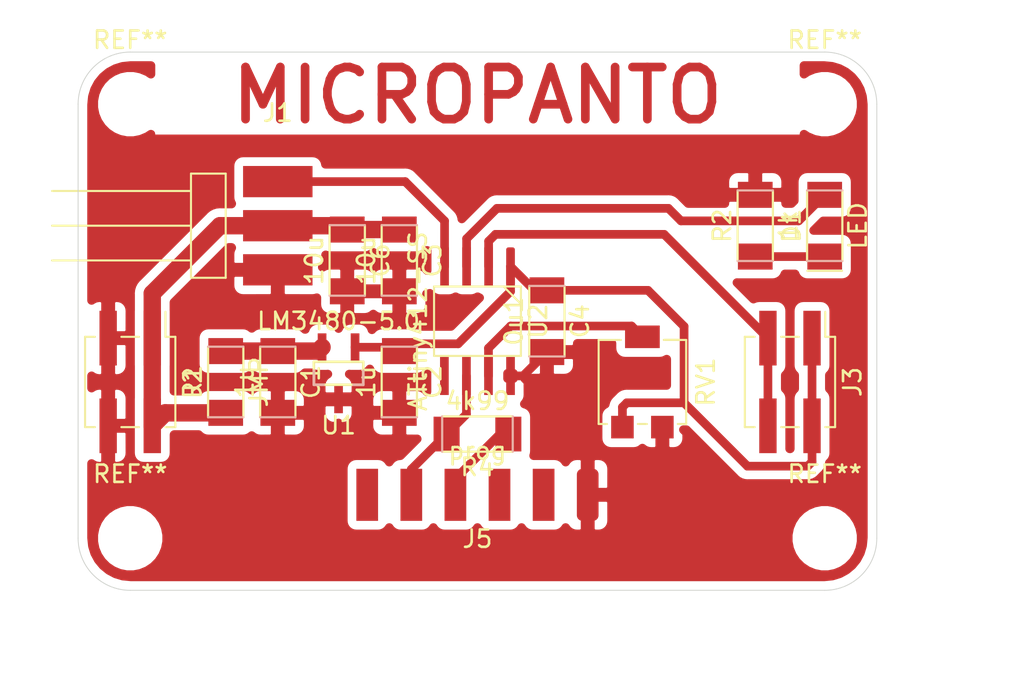
<source format=kicad_pcb>
(kicad_pcb (version 20171130) (host pcbnew 5.1.10-88a1d61d58~88~ubuntu20.04.1)

  (general
    (thickness 1.6)
    (drawings 11)
    (tracks 59)
    (zones 0)
    (modules 20)
    (nets 16)
  )

  (page A4)
  (layers
    (0 F.Cu signal)
    (31 B.Cu signal)
    (32 B.Adhes user)
    (33 F.Adhes user)
    (34 B.Paste user)
    (35 F.Paste user)
    (36 B.SilkS user)
    (37 F.SilkS user)
    (38 B.Mask user)
    (39 F.Mask user)
    (40 Dwgs.User user)
    (41 Cmts.User user)
    (42 Eco1.User user)
    (43 Eco2.User user)
    (44 Edge.Cuts user)
    (45 Margin user)
    (46 B.CrtYd user)
    (47 F.CrtYd user hide)
    (48 B.Fab user)
    (49 F.Fab user hide)
  )

  (setup
    (last_trace_width 0.5)
    (user_trace_width 1)
    (trace_clearance 0.5)
    (zone_clearance 0.5)
    (zone_45_only no)
    (trace_min 0.2)
    (via_size 0.8)
    (via_drill 0.4)
    (via_min_size 0.4)
    (via_min_drill 0.3)
    (uvia_size 0.3)
    (uvia_drill 0.1)
    (uvias_allowed no)
    (uvia_min_size 0.2)
    (uvia_min_drill 0.1)
    (edge_width 0.05)
    (segment_width 0.2)
    (pcb_text_width 0.3)
    (pcb_text_size 1.5 1.5)
    (mod_edge_width 0.12)
    (mod_text_size 1 1)
    (mod_text_width 0.15)
    (pad_size 1.524 1.524)
    (pad_drill 0.762)
    (pad_to_mask_clearance 0.05)
    (aux_axis_origin 0 0)
    (grid_origin 150 65)
    (visible_elements FFFFFF7F)
    (pcbplotparams
      (layerselection 0x01008_7fffffff)
      (usegerberextensions false)
      (usegerberattributes true)
      (usegerberadvancedattributes true)
      (creategerberjobfile true)
      (excludeedgelayer true)
      (linewidth 0.100000)
      (plotframeref false)
      (viasonmask false)
      (mode 1)
      (useauxorigin false)
      (hpglpennumber 1)
      (hpglpenspeed 20)
      (hpglpendiameter 15.000000)
      (psnegative false)
      (psa4output false)
      (plotreference false)
      (plotvalue false)
      (plotinvisibletext false)
      (padsonsilk false)
      (subtractmaskfromsilk false)
      (outputformat 1)
      (mirror false)
      (drillshape 0)
      (scaleselection 1)
      (outputdirectory ""))
  )

  (net 0 "")
  (net 1 GND)
  (net 2 "Net-(D1-Pad1)")
  (net 3 "Net-(D1-Pad2)")
  (net 4 /TCA0_WO1)
  (net 5 VCC)
  (net 6 +5V)
  (net 7 "Net-(J5-Pad2)")
  (net 8 "Net-(J5-Pad3)")
  (net 9 "Net-(J5-Pad4)")
  (net 10 "Net-(J5-Pad5)")
  (net 11 "Net-(J5-Pad6)")
  (net 12 "Net-(RV1-Pad2)")
  (net 13 "Net-(J3-Pad3)")
  (net 14 "Net-(U2-Pad5)")
  (net 15 "Net-(C1-Pad1)")

  (net_class Default "This is the default net class."
    (clearance 0.5)
    (trace_width 0.5)
    (via_dia 0.8)
    (via_drill 0.4)
    (uvia_dia 0.3)
    (uvia_drill 0.1)
    (diff_pair_width 0.5)
    (diff_pair_gap 0.5)
    (add_net +5V)
    (add_net /TCA0_WO1)
    (add_net GND)
    (add_net "Net-(C1-Pad1)")
    (add_net "Net-(D1-Pad1)")
    (add_net "Net-(D1-Pad2)")
    (add_net "Net-(J3-Pad3)")
    (add_net "Net-(J5-Pad2)")
    (add_net "Net-(J5-Pad3)")
    (add_net "Net-(J5-Pad4)")
    (add_net "Net-(J5-Pad5)")
    (add_net "Net-(J5-Pad6)")
    (add_net "Net-(RV1-Pad2)")
    (add_net "Net-(U2-Pad5)")
    (add_net VCC)
  )

  (module Connector_PinHeader_2.54mm:PinHeader_2x02_P2.54mm_Vertical_SMD (layer F.Cu) (tedit 59FED5CC) (tstamp 60ECB2B7)
    (at 150 81 270)
    (descr "surface-mounted straight pin header, 2x02, 2.54mm pitch, double rows")
    (tags "Surface mounted pin header SMD 2x02 2.54mm double row")
    (path /60ED114F)
    (attr smd)
    (fp_text reference J2 (at 0 -3.6 90) (layer F.SilkS)
      (effects (font (size 1 1) (thickness 0.15)))
    )
    (fp_text value Conn_02x02_Counter_Clockwise (at 0 3.6 90) (layer F.Fab)
      (effects (font (size 1 1) (thickness 0.15)))
    )
    (fp_line (start 2.54 2.54) (end -2.54 2.54) (layer F.Fab) (width 0.1))
    (fp_line (start -1.59 -2.54) (end 2.54 -2.54) (layer F.Fab) (width 0.1))
    (fp_line (start -2.54 2.54) (end -2.54 -1.59) (layer F.Fab) (width 0.1))
    (fp_line (start -2.54 -1.59) (end -1.59 -2.54) (layer F.Fab) (width 0.1))
    (fp_line (start 2.54 -2.54) (end 2.54 2.54) (layer F.Fab) (width 0.1))
    (fp_line (start -2.54 -1.59) (end -3.6 -1.59) (layer F.Fab) (width 0.1))
    (fp_line (start -3.6 -1.59) (end -3.6 -0.95) (layer F.Fab) (width 0.1))
    (fp_line (start -3.6 -0.95) (end -2.54 -0.95) (layer F.Fab) (width 0.1))
    (fp_line (start 2.54 -1.59) (end 3.6 -1.59) (layer F.Fab) (width 0.1))
    (fp_line (start 3.6 -1.59) (end 3.6 -0.95) (layer F.Fab) (width 0.1))
    (fp_line (start 3.6 -0.95) (end 2.54 -0.95) (layer F.Fab) (width 0.1))
    (fp_line (start -2.54 0.95) (end -3.6 0.95) (layer F.Fab) (width 0.1))
    (fp_line (start -3.6 0.95) (end -3.6 1.59) (layer F.Fab) (width 0.1))
    (fp_line (start -3.6 1.59) (end -2.54 1.59) (layer F.Fab) (width 0.1))
    (fp_line (start 2.54 0.95) (end 3.6 0.95) (layer F.Fab) (width 0.1))
    (fp_line (start 3.6 0.95) (end 3.6 1.59) (layer F.Fab) (width 0.1))
    (fp_line (start 3.6 1.59) (end 2.54 1.59) (layer F.Fab) (width 0.1))
    (fp_line (start -2.6 -2.6) (end 2.6 -2.6) (layer F.SilkS) (width 0.12))
    (fp_line (start -2.6 2.6) (end 2.6 2.6) (layer F.SilkS) (width 0.12))
    (fp_line (start -4.04 -2.03) (end -2.6 -2.03) (layer F.SilkS) (width 0.12))
    (fp_line (start -2.6 -2.6) (end -2.6 -2.03) (layer F.SilkS) (width 0.12))
    (fp_line (start 2.6 -2.6) (end 2.6 -2.03) (layer F.SilkS) (width 0.12))
    (fp_line (start -2.6 2.03) (end -2.6 2.6) (layer F.SilkS) (width 0.12))
    (fp_line (start 2.6 2.03) (end 2.6 2.6) (layer F.SilkS) (width 0.12))
    (fp_line (start -2.6 -0.51) (end -2.6 0.51) (layer F.SilkS) (width 0.12))
    (fp_line (start 2.6 -0.51) (end 2.6 0.51) (layer F.SilkS) (width 0.12))
    (fp_line (start -5.9 -3.05) (end -5.9 3.05) (layer F.CrtYd) (width 0.05))
    (fp_line (start -5.9 3.05) (end 5.9 3.05) (layer F.CrtYd) (width 0.05))
    (fp_line (start 5.9 3.05) (end 5.9 -3.05) (layer F.CrtYd) (width 0.05))
    (fp_line (start 5.9 -3.05) (end -5.9 -3.05) (layer F.CrtYd) (width 0.05))
    (fp_text user %R (at 0 0) (layer F.Fab)
      (effects (font (size 1 1) (thickness 0.15)))
    )
    (pad 1 smd rect (at -2.525 -1.27 270) (size 3.15 1) (layers F.Cu F.Paste F.Mask)
      (net 5 VCC))
    (pad 2 smd rect (at 2.525 -1.27 270) (size 3.15 1) (layers F.Cu F.Paste F.Mask)
      (net 5 VCC))
    (pad 3 smd rect (at -2.525 1.27 270) (size 3.15 1) (layers F.Cu F.Paste F.Mask)
      (net 1 GND))
    (pad 4 smd rect (at 2.525 1.27 270) (size 3.15 1) (layers F.Cu F.Paste F.Mask)
      (net 1 GND))
    (model ${KISYS3DMOD}/Connector_PinHeader_2.54mm.3dshapes/PinHeader_2x02_P2.54mm_Vertical_SMD.wrl
      (at (xyz 0 0 0))
      (scale (xyz 1 1 1))
      (rotate (xyz 0 0 0))
    )
  )

  (module fab:fab_R_1206 (layer F.Cu) (tedit 5F886E48) (tstamp 60ECB290)
    (at 165.5 74 270)
    (path /60EEEE96)
    (attr smd)
    (fp_text reference C3 (at 0 -1.905 90) (layer F.SilkS)
      (effects (font (size 1 1) (thickness 0.15)))
    )
    (fp_text value 10u (at 0 1.905 90) (layer F.SilkS)
      (effects (font (size 1 1) (thickness 0.15)))
    )
    (fp_line (start -2.032 1.016) (end -2.032 -1.016) (layer B.SilkS) (width 0.127))
    (fp_line (start 2.032 1.016) (end -2.032 1.016) (layer F.SilkS) (width 0.127))
    (fp_line (start 2.032 -1.016) (end 2.032 1.016) (layer B.SilkS) (width 0.127))
    (fp_line (start -2.032 -1.016) (end 2.032 -1.016) (layer F.SilkS) (width 0.127))
    (pad 1 smd rect (at -1.778 0 270) (size 1.5 2) (layers F.Cu F.Paste F.Mask)
      (net 5 VCC))
    (pad 2 smd rect (at 1.778 0 270) (size 1.5 2) (layers F.Cu F.Paste F.Mask)
      (net 1 GND))
  )

  (module Connector_PinHeader_2.54mm:PinHeader_2x02_P2.54mm_Vertical_SMD (layer F.Cu) (tedit 59FED5CC) (tstamp 60ECB2DE)
    (at 188 81 270)
    (descr "surface-mounted straight pin header, 2x02, 2.54mm pitch, double rows")
    (tags "Surface mounted pin header SMD 2x02 2.54mm double row")
    (path /60ED8960)
    (attr smd)
    (fp_text reference J3 (at 0 -3.6 90) (layer F.SilkS)
      (effects (font (size 1 1) (thickness 0.15)))
    )
    (fp_text value Conn_02x02_Counter_Clockwise (at 0 3.6 90) (layer F.Fab)
      (effects (font (size 1 1) (thickness 0.15)))
    )
    (fp_line (start 5.9 -3.05) (end -5.9 -3.05) (layer F.CrtYd) (width 0.05))
    (fp_line (start 5.9 3.05) (end 5.9 -3.05) (layer F.CrtYd) (width 0.05))
    (fp_line (start -5.9 3.05) (end 5.9 3.05) (layer F.CrtYd) (width 0.05))
    (fp_line (start -5.9 -3.05) (end -5.9 3.05) (layer F.CrtYd) (width 0.05))
    (fp_line (start 2.6 -0.51) (end 2.6 0.51) (layer F.SilkS) (width 0.12))
    (fp_line (start -2.6 -0.51) (end -2.6 0.51) (layer F.SilkS) (width 0.12))
    (fp_line (start 2.6 2.03) (end 2.6 2.6) (layer F.SilkS) (width 0.12))
    (fp_line (start -2.6 2.03) (end -2.6 2.6) (layer F.SilkS) (width 0.12))
    (fp_line (start 2.6 -2.6) (end 2.6 -2.03) (layer F.SilkS) (width 0.12))
    (fp_line (start -2.6 -2.6) (end -2.6 -2.03) (layer F.SilkS) (width 0.12))
    (fp_line (start -4.04 -2.03) (end -2.6 -2.03) (layer F.SilkS) (width 0.12))
    (fp_line (start -2.6 2.6) (end 2.6 2.6) (layer F.SilkS) (width 0.12))
    (fp_line (start -2.6 -2.6) (end 2.6 -2.6) (layer F.SilkS) (width 0.12))
    (fp_line (start 3.6 1.59) (end 2.54 1.59) (layer F.Fab) (width 0.1))
    (fp_line (start 3.6 0.95) (end 3.6 1.59) (layer F.Fab) (width 0.1))
    (fp_line (start 2.54 0.95) (end 3.6 0.95) (layer F.Fab) (width 0.1))
    (fp_line (start -3.6 1.59) (end -2.54 1.59) (layer F.Fab) (width 0.1))
    (fp_line (start -3.6 0.95) (end -3.6 1.59) (layer F.Fab) (width 0.1))
    (fp_line (start -2.54 0.95) (end -3.6 0.95) (layer F.Fab) (width 0.1))
    (fp_line (start 3.6 -0.95) (end 2.54 -0.95) (layer F.Fab) (width 0.1))
    (fp_line (start 3.6 -1.59) (end 3.6 -0.95) (layer F.Fab) (width 0.1))
    (fp_line (start 2.54 -1.59) (end 3.6 -1.59) (layer F.Fab) (width 0.1))
    (fp_line (start -3.6 -0.95) (end -2.54 -0.95) (layer F.Fab) (width 0.1))
    (fp_line (start -3.6 -1.59) (end -3.6 -0.95) (layer F.Fab) (width 0.1))
    (fp_line (start -2.54 -1.59) (end -3.6 -1.59) (layer F.Fab) (width 0.1))
    (fp_line (start 2.54 -2.54) (end 2.54 2.54) (layer F.Fab) (width 0.1))
    (fp_line (start -2.54 -1.59) (end -1.59 -2.54) (layer F.Fab) (width 0.1))
    (fp_line (start -2.54 2.54) (end -2.54 -1.59) (layer F.Fab) (width 0.1))
    (fp_line (start -1.59 -2.54) (end 2.54 -2.54) (layer F.Fab) (width 0.1))
    (fp_line (start 2.54 2.54) (end -2.54 2.54) (layer F.Fab) (width 0.1))
    (fp_text user %R (at 0 0) (layer F.Fab)
      (effects (font (size 1 1) (thickness 0.15)))
    )
    (pad 4 smd rect (at 2.525 1.27 270) (size 3.15 1) (layers F.Cu F.Paste F.Mask)
      (net 13 "Net-(J3-Pad3)"))
    (pad 3 smd rect (at -2.525 1.27 270) (size 3.15 1) (layers F.Cu F.Paste F.Mask)
      (net 13 "Net-(J3-Pad3)"))
    (pad 2 smd rect (at 2.525 -1.27 270) (size 3.15 1) (layers F.Cu F.Paste F.Mask)
      (net 6 +5V))
    (pad 1 smd rect (at -2.525 -1.27 270) (size 3.15 1) (layers F.Cu F.Paste F.Mask)
      (net 6 +5V))
    (model ${KISYS3DMOD}/Connector_PinHeader_2.54mm.3dshapes/PinHeader_2x02_P2.54mm_Vertical_SMD.wrl
      (at (xyz 0 0 0))
      (scale (xyz 1 1 1))
      (rotate (xyz 0 0 0))
    )
  )

  (module Potentiometer_SMD:Potentiometer_Bourns_3214G_Horizontal (layer F.Cu) (tedit 5A3D7171) (tstamp 60ECB2FD)
    (at 179.5 81 270)
    (descr "Potentiometer, horizontal, Bourns 3214G, https://www.bourns.com/docs/Product-Datasheets/3214.pdf")
    (tags "Potentiometer horizontal Bourns 3214G")
    (path /60EACBBD)
    (attr smd)
    (fp_text reference RV1 (at 0 -3.65 90) (layer F.SilkS)
      (effects (font (size 1 1) (thickness 0.15)))
    )
    (fp_text value R_POT (at 0 3.65 90) (layer F.Fab)
      (effects (font (size 1 1) (thickness 0.15)))
    )
    (fp_line (start -2.3 -2.4) (end -2.3 2.4) (layer F.Fab) (width 0.1))
    (fp_line (start -2.3 2.4) (end 2.3 2.4) (layer F.Fab) (width 0.1))
    (fp_line (start 2.3 2.4) (end 2.3 -2.4) (layer F.Fab) (width 0.1))
    (fp_line (start 2.3 -2.4) (end -2.3 -2.4) (layer F.Fab) (width 0.1))
    (fp_line (start -2.3 -2.02) (end -2.3 -0.24) (layer F.Fab) (width 0.1))
    (fp_line (start -2.3 -0.24) (end -2.3 -0.24) (layer F.Fab) (width 0.1))
    (fp_line (start -2.3 -0.24) (end -2.3 -2.02) (layer F.Fab) (width 0.1))
    (fp_line (start -2.3 -2.02) (end -2.3 -2.02) (layer F.Fab) (width 0.1))
    (fp_line (start -2.3 -1.13) (end -2.3 -1.13) (layer F.Fab) (width 0.1))
    (fp_line (start -2.42 -2.52) (end 2.42 -2.52) (layer F.SilkS) (width 0.12))
    (fp_line (start -2.42 2.52) (end 2.42 2.52) (layer F.SilkS) (width 0.12))
    (fp_line (start -2.42 -2.52) (end -2.42 -1.24) (layer F.SilkS) (width 0.12))
    (fp_line (start -2.42 1.24) (end -2.42 2.52) (layer F.SilkS) (width 0.12))
    (fp_line (start 2.42 -2.52) (end 2.42 -2.04) (layer F.SilkS) (width 0.12))
    (fp_line (start 2.42 -0.26) (end 2.42 0.26) (layer F.SilkS) (width 0.12))
    (fp_line (start 2.42 2.04) (end 2.42 2.52) (layer F.SilkS) (width 0.12))
    (fp_line (start -2.42 -2.14) (end -2.42 -2.14) (layer F.SilkS) (width 0.12))
    (fp_line (start -2.42 -2.14) (end -2.42 -1.24) (layer F.SilkS) (width 0.12))
    (fp_line (start -2.42 -2.14) (end -2.42 -1.24) (layer F.SilkS) (width 0.12))
    (fp_line (start -3.5 -2.65) (end -3.5 2.65) (layer F.CrtYd) (width 0.05))
    (fp_line (start -3.5 2.65) (end 3.5 2.65) (layer F.CrtYd) (width 0.05))
    (fp_line (start 3.5 2.65) (end 3.5 -2.65) (layer F.CrtYd) (width 0.05))
    (fp_line (start 3.5 -2.65) (end -3.5 -2.65) (layer F.CrtYd) (width 0.05))
    (fp_text user %R (at 0 0 90) (layer F.Fab)
      (effects (font (size 1 1) (thickness 0.15)))
    )
    (pad 1 smd rect (at 2.6 -1.15 270) (size 1.3 1.3) (layers F.Cu F.Paste F.Mask)
      (net 1 GND))
    (pad 2 smd rect (at -2.6 0 270) (size 1.3 2) (layers F.Cu F.Paste F.Mask)
      (net 12 "Net-(RV1-Pad2)"))
    (pad 3 smd rect (at 2.6 1.15 270) (size 1.3 1.3) (layers F.Cu F.Paste F.Mask)
      (net 6 +5V))
    (model ${KISYS3DMOD}/Potentiometer_SMD.3dshapes/Potentiometer_Bourns_3214G_Horizontal.wrl
      (at (xyz 0 0 0))
      (scale (xyz 1 1 1))
      (rotate (xyz 0 0 0))
    )
  )

  (module MountingHole:MountingHole_2.7mm_M2.5 (layer F.Cu) (tedit 56D1B4CB) (tstamp 60EA6622)
    (at 190 90)
    (descr "Mounting Hole 2.7mm, no annular, M2.5")
    (tags "mounting hole 2.7mm no annular m2.5")
    (attr virtual)
    (fp_text reference REF** (at 0 -3.7) (layer F.SilkS)
      (effects (font (size 1 1) (thickness 0.15)))
    )
    (fp_text value MountingHole_2.7mm_M2.5 (at 0 3.7) (layer F.Fab)
      (effects (font (size 1 1) (thickness 0.15)))
    )
    (fp_circle (center 0 0) (end 2.7 0) (layer Cmts.User) (width 0.15))
    (fp_circle (center 0 0) (end 2.95 0) (layer F.CrtYd) (width 0.05))
    (fp_text user %R (at 0.3 0) (layer F.Fab)
      (effects (font (size 1 1) (thickness 0.15)))
    )
    (pad 1 np_thru_hole circle (at 0 0) (size 2.7 2.7) (drill 2.7) (layers *.Cu *.Mask))
  )

  (module MountingHole:MountingHole_2.7mm_M2.5 (layer F.Cu) (tedit 56D1B4CB) (tstamp 60EA6605)
    (at 150 90)
    (descr "Mounting Hole 2.7mm, no annular, M2.5")
    (tags "mounting hole 2.7mm no annular m2.5")
    (attr virtual)
    (fp_text reference REF** (at 0 -3.7) (layer F.SilkS)
      (effects (font (size 1 1) (thickness 0.15)))
    )
    (fp_text value MountingHole_2.7mm_M2.5 (at 0 3.7) (layer F.Fab)
      (effects (font (size 1 1) (thickness 0.15)))
    )
    (fp_circle (center 0 0) (end 2.7 0) (layer Cmts.User) (width 0.15))
    (fp_circle (center 0 0) (end 2.95 0) (layer F.CrtYd) (width 0.05))
    (fp_text user %R (at 0.3 0) (layer F.Fab)
      (effects (font (size 1 1) (thickness 0.15)))
    )
    (pad 1 np_thru_hole circle (at 0 0) (size 2.7 2.7) (drill 2.7) (layers *.Cu *.Mask))
  )

  (module MountingHole:MountingHole_2.7mm_M2.5 (layer F.Cu) (tedit 56D1B4CB) (tstamp 60EA65E8)
    (at 190 65)
    (descr "Mounting Hole 2.7mm, no annular, M2.5")
    (tags "mounting hole 2.7mm no annular m2.5")
    (attr virtual)
    (fp_text reference REF** (at 0 -3.7) (layer F.SilkS)
      (effects (font (size 1 1) (thickness 0.15)))
    )
    (fp_text value MountingHole_2.7mm_M2.5 (at 0 3.7) (layer F.Fab)
      (effects (font (size 1 1) (thickness 0.15)))
    )
    (fp_circle (center 0 0) (end 2.7 0) (layer Cmts.User) (width 0.15))
    (fp_circle (center 0 0) (end 2.95 0) (layer F.CrtYd) (width 0.05))
    (fp_text user %R (at 0.3 0) (layer F.Fab)
      (effects (font (size 1 1) (thickness 0.15)))
    )
    (pad 1 np_thru_hole circle (at 0 0) (size 2.7 2.7) (drill 2.7) (layers *.Cu *.Mask))
  )

  (module MountingHole:MountingHole_2.7mm_M2.5 (layer F.Cu) (tedit 56D1B4CB) (tstamp 60EA65CB)
    (at 150 65)
    (descr "Mounting Hole 2.7mm, no annular, M2.5")
    (tags "mounting hole 2.7mm no annular m2.5")
    (attr virtual)
    (fp_text reference REF** (at 0 -3.7) (layer F.SilkS)
      (effects (font (size 1 1) (thickness 0.15)))
    )
    (fp_text value MountingHole_2.7mm_M2.5 (at 0 3.7) (layer F.Fab)
      (effects (font (size 1 1) (thickness 0.15)))
    )
    (fp_circle (center 0 0) (end 2.7 0) (layer Cmts.User) (width 0.15))
    (fp_circle (center 0 0) (end 2.95 0) (layer F.CrtYd) (width 0.05))
    (fp_text user %R (at 0.3 0) (layer F.Fab)
      (effects (font (size 1 1) (thickness 0.15)))
    )
    (pad 1 np_thru_hole circle (at 0 0) (size 2.7 2.7) (drill 2.7) (layers *.Cu *.Mask))
  )

  (module fab:fab_C_1206 (layer F.Cu) (tedit 5F886E48) (tstamp 60EA6780)
    (at 158.5 81 270)
    (path /609E2F80)
    (attr smd)
    (fp_text reference C1 (at 0 -1.905 90) (layer F.SilkS)
      (effects (font (size 1 1) (thickness 0.15)))
    )
    (fp_text value 1u (at 0 1.905 90) (layer F.SilkS)
      (effects (font (size 1 1) (thickness 0.15)))
    )
    (fp_line (start -2.032 -1.016) (end 2.032 -1.016) (layer F.SilkS) (width 0.127))
    (fp_line (start 2.032 -1.016) (end 2.032 1.016) (layer B.SilkS) (width 0.127))
    (fp_line (start 2.032 1.016) (end -2.032 1.016) (layer F.SilkS) (width 0.127))
    (fp_line (start -2.032 1.016) (end -2.032 -1.016) (layer B.SilkS) (width 0.127))
    (pad 1 smd rect (at -1.778 0 270) (size 1.5 2) (layers F.Cu F.Paste F.Mask)
      (net 15 "Net-(C1-Pad1)"))
    (pad 2 smd rect (at 1.778 0 270) (size 1.5 2) (layers F.Cu F.Paste F.Mask)
      (net 1 GND))
  )

  (module fab:fab_C_1206 (layer F.Cu) (tedit 5F886E48) (tstamp 60EA678A)
    (at 165.5 81 270)
    (path /609DFC8B)
    (attr smd)
    (fp_text reference C2 (at 0 -1.905 90) (layer F.SilkS)
      (effects (font (size 1 1) (thickness 0.15)))
    )
    (fp_text value 1u (at 0 1.905 90) (layer F.SilkS)
      (effects (font (size 1 1) (thickness 0.15)))
    )
    (fp_line (start -2.032 1.016) (end -2.032 -1.016) (layer B.SilkS) (width 0.127))
    (fp_line (start 2.032 1.016) (end -2.032 1.016) (layer F.SilkS) (width 0.127))
    (fp_line (start 2.032 -1.016) (end 2.032 1.016) (layer B.SilkS) (width 0.127))
    (fp_line (start -2.032 -1.016) (end 2.032 -1.016) (layer F.SilkS) (width 0.127))
    (pad 2 smd rect (at 1.778 0 270) (size 1.5 2) (layers F.Cu F.Paste F.Mask)
      (net 1 GND))
    (pad 1 smd rect (at -1.778 0 270) (size 1.5 2) (layers F.Cu F.Paste F.Mask)
      (net 6 +5V))
  )

  (module fab:fab_C_1206 (layer F.Cu) (tedit 5F886E48) (tstamp 60EA6794)
    (at 174 77.5 270)
    (path /5F35C964)
    (attr smd)
    (fp_text reference C4 (at 0 -1.905 90) (layer F.SilkS)
      (effects (font (size 1 1) (thickness 0.15)))
    )
    (fp_text value 0u1 (at 0 1.905 90) (layer F.SilkS)
      (effects (font (size 1 1) (thickness 0.15)))
    )
    (fp_line (start -2.032 -1.016) (end 2.032 -1.016) (layer F.SilkS) (width 0.127))
    (fp_line (start 2.032 -1.016) (end 2.032 1.016) (layer B.SilkS) (width 0.127))
    (fp_line (start 2.032 1.016) (end -2.032 1.016) (layer F.SilkS) (width 0.127))
    (fp_line (start -2.032 1.016) (end -2.032 -1.016) (layer B.SilkS) (width 0.127))
    (pad 1 smd rect (at -1.778 0 270) (size 1.5 2) (layers F.Cu F.Paste F.Mask)
      (net 6 +5V))
    (pad 2 smd rect (at 1.778 0 270) (size 1.5 2) (layers F.Cu F.Paste F.Mask)
      (net 1 GND))
  )

  (module fab:fab_R_1206 (layer F.Cu) (tedit 5F886E48) (tstamp 60EA67A8)
    (at 162.5 74 270)
    (path /5F60A5E5)
    (attr smd)
    (fp_text reference C6 (at 0 -1.905 90) (layer F.SilkS)
      (effects (font (size 1 1) (thickness 0.15)))
    )
    (fp_text value 10u (at 0 1.905 90) (layer F.SilkS)
      (effects (font (size 1 1) (thickness 0.15)))
    )
    (fp_line (start -2.032 -1.016) (end 2.032 -1.016) (layer F.SilkS) (width 0.127))
    (fp_line (start 2.032 -1.016) (end 2.032 1.016) (layer B.SilkS) (width 0.127))
    (fp_line (start 2.032 1.016) (end -2.032 1.016) (layer F.SilkS) (width 0.127))
    (fp_line (start -2.032 1.016) (end -2.032 -1.016) (layer B.SilkS) (width 0.127))
    (pad 1 smd rect (at -1.778 0 270) (size 1.5 2) (layers F.Cu F.Paste F.Mask)
      (net 5 VCC))
    (pad 2 smd rect (at 1.778 0 270) (size 1.5 2) (layers F.Cu F.Paste F.Mask)
      (net 1 GND))
  )

  (module fab:fab_LED_1206 (layer F.Cu) (tedit 5F887772) (tstamp 60EA67BD)
    (at 190 72 90)
    (path /5F3B3CDB)
    (attr smd)
    (fp_text reference D1 (at 0 -1.905 90) (layer F.SilkS)
      (effects (font (size 1 1) (thickness 0.15)))
    )
    (fp_text value LED (at 0 1.905 90) (layer F.SilkS)
      (effects (font (size 1 1) (thickness 0.15)))
    )
    (fp_line (start -2.6 -1) (end -2.6 1) (layer F.SilkS) (width 0.12))
    (fp_line (start -2.032 1.016) (end -2.032 -1.016) (layer B.SilkS) (width 0.127))
    (fp_line (start 2.032 1.016) (end -2.032 1.016) (layer F.SilkS) (width 0.127))
    (fp_line (start 2.032 -1.016) (end 2.032 1.016) (layer B.SilkS) (width 0.127))
    (fp_line (start -2.032 -1.016) (end 2.032 -1.016) (layer F.SilkS) (width 0.127))
    (pad 1 smd rect (at -1.778 0 90) (size 1.5 2) (layers F.Cu F.Paste F.Mask)
      (net 2 "Net-(D1-Pad1)"))
    (pad 2 smd rect (at 1.778 0 90) (size 1.5 2) (layers F.Cu F.Paste F.Mask)
      (net 3 "Net-(D1-Pad2)"))
  )

  (module fab:fab_CONN_1x06_SMD (layer F.Cu) (tedit 5F886C52) (tstamp 60EA67ED)
    (at 170 87.5 180)
    (path /609CD7F6)
    (attr smd)
    (fp_text reference J5 (at 0 -2.54 180) (layer F.SilkS)
      (effects (font (size 1 1) (thickness 0.15)))
    )
    (fp_text value prog (at 0 2.54) (layer F.SilkS)
      (effects (font (size 1 1) (thickness 0.15)))
    )
    (pad 1 smd roundrect (at -6.35 0 270) (size 3 1.25) (layers F.Cu F.Paste F.Mask) (roundrect_rratio 0.25)
      (net 1 GND))
    (pad 2 smd rect (at -3.81 0 270) (size 3 1.25) (layers F.Cu F.Paste F.Mask)
      (net 7 "Net-(J5-Pad2)"))
    (pad 3 smd rect (at -1.27 0 270) (size 3 1.25) (layers F.Cu F.Paste F.Mask)
      (net 8 "Net-(J5-Pad3)"))
    (pad 4 smd rect (at 1.27 0 270) (size 3 1.25) (layers F.Cu F.Paste F.Mask)
      (net 9 "Net-(J5-Pad4)"))
    (pad 5 smd rect (at 3.81 0 270) (size 3 1.25) (layers F.Cu F.Paste F.Mask)
      (net 10 "Net-(J5-Pad5)"))
    (pad 6 smd rect (at 6.35 0 270) (size 3 1.25) (layers F.Cu F.Paste F.Mask)
      (net 11 "Net-(J5-Pad6)"))
  )

  (module fab:fab_R_1206 (layer F.Cu) (tedit 5F886E48) (tstamp 60EA67F7)
    (at 186 72 90)
    (path /5F3AEFAF)
    (attr smd)
    (fp_text reference R2 (at 0 -1.905 90) (layer F.SilkS)
      (effects (font (size 1 1) (thickness 0.15)))
    )
    (fp_text value 1k (at 0 1.905 90) (layer F.SilkS)
      (effects (font (size 1 1) (thickness 0.15)))
    )
    (fp_line (start -2.032 -1.016) (end 2.032 -1.016) (layer F.SilkS) (width 0.127))
    (fp_line (start 2.032 -1.016) (end 2.032 1.016) (layer B.SilkS) (width 0.127))
    (fp_line (start 2.032 1.016) (end -2.032 1.016) (layer F.SilkS) (width 0.127))
    (fp_line (start -2.032 1.016) (end -2.032 -1.016) (layer B.SilkS) (width 0.127))
    (pad 1 smd rect (at -1.778 0 90) (size 1.5 2) (layers F.Cu F.Paste F.Mask)
      (net 2 "Net-(D1-Pad1)"))
    (pad 2 smd rect (at 1.778 0 90) (size 1.5 2) (layers F.Cu F.Paste F.Mask)
      (net 1 GND))
  )

  (module fab:fab_R_1206 (layer F.Cu) (tedit 5F886E48) (tstamp 60EA6801)
    (at 170 84 180)
    (path /5F3DA982)
    (attr smd)
    (fp_text reference R4 (at 0 -1.905) (layer F.SilkS)
      (effects (font (size 1 1) (thickness 0.15)))
    )
    (fp_text value 4k99 (at 0 1.905) (layer F.SilkS)
      (effects (font (size 1 1) (thickness 0.15)))
    )
    (fp_line (start -2.032 1.016) (end -2.032 -1.016) (layer B.SilkS) (width 0.127))
    (fp_line (start 2.032 1.016) (end -2.032 1.016) (layer F.SilkS) (width 0.127))
    (fp_line (start 2.032 -1.016) (end 2.032 1.016) (layer B.SilkS) (width 0.127))
    (fp_line (start -2.032 -1.016) (end 2.032 -1.016) (layer F.SilkS) (width 0.127))
    (pad 2 smd rect (at 1.778 0 180) (size 1.5 2) (layers F.Cu F.Paste F.Mask)
      (net 10 "Net-(J5-Pad5)"))
    (pad 1 smd rect (at -1.778 0 180) (size 1.5 2) (layers F.Cu F.Paste F.Mask)
      (net 9 "Net-(J5-Pad4)"))
  )

  (module fab:fab_SMD_SOT23 (layer F.Cu) (tedit 5F88736F) (tstamp 60EA681E)
    (at 162 80.5 180)
    (path /609DE2FF)
    (attr smd)
    (fp_text reference U1 (at 0 -3) (layer F.SilkS)
      (effects (font (size 1 1) (thickness 0.15)))
    )
    (fp_text value LM3480-5.0 (at 0 3) (layer F.SilkS)
      (effects (font (size 1 1) (thickness 0.15)))
    )
    (fp_line (start 1.4224 -0.6604) (end 1.4224 0.6604) (layer F.SilkS) (width 0.1524))
    (fp_line (start 1.4224 0.6604) (end -1.4224 0.6604) (layer F.SilkS) (width 0.1524))
    (fp_line (start -1.4224 0.6604) (end -1.4224 -0.6604) (layer F.SilkS) (width 0.1524))
    (fp_line (start -1.4224 -0.6604) (end 1.4224 -0.6604) (layer F.SilkS) (width 0.1524))
    (fp_line (start -1.4224 0.1524) (end -1.4224 -0.6604) (layer B.SilkS) (width 0.1524))
    (fp_line (start -1.4224 -0.6604) (end -0.8636 -0.6604) (layer B.SilkS) (width 0.1524))
    (fp_line (start 1.4224 -0.6604) (end 1.4224 0.1524) (layer B.SilkS) (width 0.1524))
    (fp_line (start 0.8636 -0.6604) (end 1.4224 -0.6604) (layer B.SilkS) (width 0.1524))
    (pad 1 smd rect (at -0.94996 1.5 180) (size 0.5 1.6) (layers F.Cu F.Paste F.Mask)
      (net 6 +5V))
    (pad 2 smd rect (at 0.94996 1.5 180) (size 0.5 1.6) (layers F.Cu F.Paste F.Mask)
      (net 15 "Net-(C1-Pad1)"))
    (pad 3 smd rect (at 0 -1.5 180) (size 0.5 1.6) (layers F.Cu F.Paste F.Mask)
      (net 1 GND))
  )

  (module fab:fab_IC_SOIC8 (layer F.Cu) (tedit 5F8871ED) (tstamp 60EA682F)
    (at 170 77.5 270)
    (path /5F359573)
    (attr smd)
    (fp_text reference U2 (at 0 -3.4925 90) (layer F.SilkS)
      (effects (font (size 1 1) (thickness 0.15)))
    )
    (fp_text value ATtiny412-SS (at 0 3.429 90) (layer F.SilkS)
      (effects (font (size 1 1) (thickness 0.15)))
    )
    (fp_line (start -1 -2.5) (end -2 -1.5) (layer F.SilkS) (width 0.12))
    (fp_line (start -2 2.5) (end -2 -2.5) (layer F.SilkS) (width 0.12))
    (fp_line (start 2 2.5) (end -2 2.5) (layer F.SilkS) (width 0.12))
    (fp_line (start 2 -2.5) (end 2 2.5) (layer F.SilkS) (width 0.12))
    (fp_line (start -2 -2.5) (end 2 -2.5) (layer F.SilkS) (width 0.12))
    (pad 1 smd roundrect (at -3.15214 -1.905 180) (size 0.5 2.2) (layers F.Cu F.Paste F.Mask) (roundrect_rratio 0.25)
      (net 6 +5V))
    (pad 2 smd rect (at -3.15214 -0.64262 180) (size 0.5 2.2) (layers F.Cu F.Paste F.Mask)
      (net 13 "Net-(J3-Pad3)"))
    (pad 3 smd rect (at -3.15214 0.62484 180) (size 0.5 2.2) (layers F.Cu F.Paste F.Mask)
      (net 3 "Net-(D1-Pad2)"))
    (pad 4 smd rect (at -3.15214 1.89484 180) (size 0.5 2.2) (layers F.Cu F.Paste F.Mask)
      (net 4 /TCA0_WO1))
    (pad 5 smd rect (at 3.15214 1.905 180) (size 0.5 2.2) (layers F.Cu F.Paste F.Mask)
      (net 14 "Net-(U2-Pad5)"))
    (pad 6 smd rect (at 3.15214 0.635 180) (size 0.5 2.2) (layers F.Cu F.Paste F.Mask)
      (net 10 "Net-(J5-Pad5)"))
    (pad 7 smd rect (at 3.15214 -0.635 180) (size 0.5 2.2) (layers F.Cu F.Paste F.Mask)
      (net 12 "Net-(RV1-Pad2)"))
    (pad 8 smd rect (at 3.15214 -1.905 180) (size 0.5 2.2) (layers F.Cu F.Paste F.Mask)
      (net 1 GND))
  )

  (module micropantograph:CONN_SERVO_SMT (layer F.Cu) (tedit 5F359CA6) (tstamp 60EA6A3D)
    (at 158.5 72 180)
    (path /5F35AE34)
    (fp_text reference J1 (at 0 6.5) (layer F.SilkS)
      (effects (font (size 1 1) (thickness 0.15)))
    )
    (fp_text value Conn_01x03_Male (at 0 -3.5) (layer F.Fab)
      (effects (font (size 1 1) (thickness 0.15)))
    )
    (fp_line (start 5 2) (end 13 2) (layer F.SilkS) (width 0.12))
    (fp_line (start 5 -2) (end 13 -2) (layer F.SilkS) (width 0.12))
    (fp_line (start 5 0) (end 13 0) (layer F.SilkS) (width 0.12))
    (fp_line (start 3 -3) (end 5 -3) (layer F.SilkS) (width 0.12))
    (fp_line (start 3 3) (end 3 -3) (layer F.SilkS) (width 0.12))
    (fp_line (start 5 3) (end 3 3) (layer F.SilkS) (width 0.12))
    (fp_line (start 5 -3) (end 5 3) (layer F.SilkS) (width 0.12))
    (pad 1 smd rect (at 0 -2.54 180) (size 4 1.8) (layers F.Cu F.Paste F.Mask)
      (net 1 GND))
    (pad 2 smd rect (at 0 0 180) (size 4 1.8) (layers F.Cu F.Paste F.Mask)
      (net 5 VCC))
    (pad 3 smd rect (at 0 2.54 180) (size 4 1.8) (layers F.Cu F.Paste F.Mask)
      (net 4 /TCA0_WO1))
  )

  (module fab:fab_R_1206 (layer F.Cu) (tedit 5F886E48) (tstamp 60ECBD37)
    (at 155.5 81 90)
    (path /60ED170E)
    (attr smd)
    (fp_text reference R1 (at 0 -1.905 90) (layer F.SilkS)
      (effects (font (size 1 1) (thickness 0.15)))
    )
    (fp_text value JMP (at 0 1.905 90) (layer F.SilkS)
      (effects (font (size 1 1) (thickness 0.15)))
    )
    (fp_line (start -2.032 1.016) (end -2.032 -1.016) (layer B.SilkS) (width 0.127))
    (fp_line (start 2.032 1.016) (end -2.032 1.016) (layer F.SilkS) (width 0.127))
    (fp_line (start 2.032 -1.016) (end 2.032 1.016) (layer B.SilkS) (width 0.127))
    (fp_line (start -2.032 -1.016) (end 2.032 -1.016) (layer F.SilkS) (width 0.127))
    (pad 1 smd rect (at -1.778 0 90) (size 1.5 2) (layers F.Cu F.Paste F.Mask)
      (net 5 VCC))
    (pad 2 smd rect (at 1.778 0 90) (size 1.5 2) (layers F.Cu F.Paste F.Mask)
      (net 15 "Net-(C1-Pad1)"))
  )

  (gr_text MICROPANTO (at 170 64.5) (layer F.Cu)
    (effects (font (size 3 3) (thickness 0.5)))
  )
  (gr_line (start 190 65) (end 150 90) (layer Cmts.User) (width 0.15) (tstamp 60EA6B4F))
  (gr_line (start 150 65) (end 190 90) (layer Cmts.User) (width 0.15))
  (gr_arc (start 190 90) (end 190 93) (angle -90) (layer Edge.Cuts) (width 0.05))
  (gr_arc (start 150 90) (end 147 90) (angle -90) (layer Edge.Cuts) (width 0.05))
  (gr_arc (start 150 65) (end 150 62) (angle -90) (layer Edge.Cuts) (width 0.05))
  (gr_arc (start 190 65) (end 193 65) (angle -90) (layer Edge.Cuts) (width 0.05))
  (gr_line (start 147 65) (end 147 90) (layer Edge.Cuts) (width 0.05))
  (gr_line (start 190 62) (end 150 62) (layer Edge.Cuts) (width 0.05))
  (gr_line (start 193 90) (end 193 65) (layer Edge.Cuts) (width 0.05))
  (gr_line (start 150 93) (end 190 93) (layer Edge.Cuts) (width 0.05))

  (segment (start 172.62586 80.65214) (end 174 79.278) (width 0.5) (layer F.Cu) (net 1))
  (segment (start 171.905 80.65214) (end 172.62586 80.65214) (width 0.5) (layer F.Cu) (net 1))
  (segment (start 190 73.778) (end 186 73.778) (width 0.5) (layer F.Cu) (net 2))
  (segment (start 188.499999 71.722001) (end 181.722001 71.722001) (width 0.5) (layer F.Cu) (net 3))
  (segment (start 190 70.222) (end 188.499999 71.722001) (width 0.5) (layer F.Cu) (net 3))
  (segment (start 181.722001 71.722001) (end 181 71) (width 0.5) (layer F.Cu) (net 3))
  (segment (start 169.37516 72.74786) (end 169.37516 74.34786) (width 0.5) (layer F.Cu) (net 3))
  (segment (start 171.12302 71) (end 169.37516 72.74786) (width 0.5) (layer F.Cu) (net 3))
  (segment (start 181 71) (end 171.12302 71) (width 0.5) (layer F.Cu) (net 3))
  (segment (start 165.838002 69.46) (end 158.5 69.46) (width 0.5) (layer F.Cu) (net 4))
  (segment (start 168.10516 71.727158) (end 165.838002 69.46) (width 0.5) (layer F.Cu) (net 4))
  (segment (start 168.10516 74.34786) (end 168.10516 71.727158) (width 0.5) (layer F.Cu) (net 4))
  (segment (start 162.278 72) (end 162.5 72.222) (width 1) (layer F.Cu) (net 5))
  (segment (start 158.5 72) (end 162.278 72) (width 1) (layer F.Cu) (net 5))
  (segment (start 162.5 72.222) (end 165.5 72.222) (width 1) (layer F.Cu) (net 5))
  (segment (start 151.27 83.525) (end 151.27 78.475) (width 1) (layer F.Cu) (net 5))
  (segment (start 155.17 72) (end 158.5 72) (width 1) (layer F.Cu) (net 5))
  (segment (start 151.27 75.9) (end 155.17 72) (width 1) (layer F.Cu) (net 5))
  (segment (start 151.27 78.475) (end 151.27 75.9) (width 1) (layer F.Cu) (net 5))
  (segment (start 152.017 82.778) (end 151.27 83.525) (width 1) (layer F.Cu) (net 5))
  (segment (start 155.5 82.778) (end 152.017 82.778) (width 1) (layer F.Cu) (net 5))
  (segment (start 173.27914 75.722) (end 171.905 74.34786) (width 0.5) (layer F.Cu) (net 6))
  (segment (start 174 75.722) (end 173.27914 75.722) (width 0.5) (layer F.Cu) (net 6))
  (segment (start 165.278 79) (end 165.5 79.222) (width 0.5) (layer F.Cu) (net 6))
  (segment (start 162.94996 79) (end 165.278 79) (width 0.5) (layer F.Cu) (net 6))
  (segment (start 171.905 75.785482) (end 171.905 74.34786) (width 0.5) (layer F.Cu) (net 6))
  (segment (start 168.888343 78.802139) (end 171.905 75.785482) (width 0.5) (layer F.Cu) (net 6))
  (segment (start 165.919861 78.802139) (end 168.888343 78.802139) (width 0.5) (layer F.Cu) (net 6))
  (segment (start 165.5 79.222) (end 165.919861 78.802139) (width 0.5) (layer F.Cu) (net 6))
  (segment (start 189.27 78.475) (end 189.27 83.525) (width 0.5) (layer F.Cu) (net 6))
  (segment (start 178.35 82.45) (end 178.35 83.6) (width 0.5) (layer F.Cu) (net 6))
  (segment (start 178.600001 82.199999) (end 178.35 82.45) (width 0.5) (layer F.Cu) (net 6))
  (segment (start 181.900001 82.199999) (end 178.600001 82.199999) (width 0.5) (layer F.Cu) (net 6))
  (segment (start 185.550003 85.850001) (end 181.900001 82.199999) (width 0.5) (layer F.Cu) (net 6))
  (segment (start 189.019999 85.850001) (end 185.550003 85.850001) (width 0.5) (layer F.Cu) (net 6))
  (segment (start 189.27 85.6) (end 189.019999 85.850001) (width 0.5) (layer F.Cu) (net 6))
  (segment (start 189.27 83.525) (end 189.27 85.6) (width 0.5) (layer F.Cu) (net 6))
  (segment (start 179.822002 75.722) (end 174 75.722) (width 0.5) (layer F.Cu) (net 6))
  (segment (start 181.900001 77.799999) (end 179.822002 75.722) (width 0.5) (layer F.Cu) (net 6))
  (segment (start 181.900001 82.199999) (end 181.900001 77.799999) (width 0.5) (layer F.Cu) (net 6))
  (segment (start 168.73 86.564998) (end 168.73 87.5) (width 0.5) (layer F.Cu) (net 9))
  (segment (start 171.294998 84) (end 168.73 86.564998) (width 0.5) (layer F.Cu) (net 9))
  (segment (start 171.778 84) (end 171.294998 84) (width 0.5) (layer F.Cu) (net 9))
  (segment (start 166.19 86.032) (end 168.222 84) (width 0.5) (layer F.Cu) (net 10))
  (segment (start 166.19 87.5) (end 166.19 86.032) (width 0.5) (layer F.Cu) (net 10))
  (segment (start 169.365 82.857) (end 169.365 80.65214) (width 0.5) (layer F.Cu) (net 10))
  (segment (start 168.222 84) (end 169.365 82.857) (width 0.5) (layer F.Cu) (net 10))
  (segment (start 178.877999 77.777999) (end 179.5 78.4) (width 0.5) (layer F.Cu) (net 12))
  (segment (start 171.909141 77.777999) (end 178.877999 77.777999) (width 0.5) (layer F.Cu) (net 12))
  (segment (start 170.635 79.05214) (end 171.909141 77.777999) (width 0.5) (layer F.Cu) (net 12))
  (segment (start 170.635 80.65214) (end 170.635 79.05214) (width 0.5) (layer F.Cu) (net 12))
  (segment (start 186.73 78.475) (end 186.73 83.525) (width 0.5) (layer F.Cu) (net 13))
  (segment (start 171.039398 72.49785) (end 180.75285 72.49785) (width 0.5) (layer F.Cu) (net 13))
  (segment (start 170.64262 74.34786) (end 170.64262 72.894628) (width 0.5) (layer F.Cu) (net 13))
  (segment (start 170.64262 72.894628) (end 171.039398 72.49785) (width 0.5) (layer F.Cu) (net 13))
  (segment (start 180.75285 72.49785) (end 186.73 78.475) (width 0.5) (layer F.Cu) (net 13))
  (segment (start 160.82804 79.222) (end 161.05004 79) (width 1) (layer F.Cu) (net 15))
  (segment (start 158.5 79.222) (end 160.82804 79.222) (width 1) (layer F.Cu) (net 15))
  (segment (start 155.5 79.222) (end 158.5 79.222) (width 1) (layer F.Cu) (net 15))

  (zone (net 1) (net_name GND) (layer F.Cu) (tstamp 60ECBD74) (hatch edge 0.508)
    (connect_pads (clearance 0.5))
    (min_thickness 0.5)
    (fill yes (arc_segments 32) (thermal_gap 0.5) (thermal_bridge_width 0.8))
    (polygon
      (pts
        (xy 201.5 60.5) (xy 197.5 99) (xy 145 98) (xy 142.5 59)
      )
    )
    (filled_polygon
      (pts
        (xy 151.192857 63.271393) (xy 150.994723 63.139004) (xy 150.612547 62.980702) (xy 150.206832 62.9) (xy 149.793168 62.9)
        (xy 149.387453 62.980702) (xy 149.005277 63.139004) (xy 148.661328 63.368823) (xy 148.368823 63.661328) (xy 148.139004 64.005277)
        (xy 147.980702 64.387453) (xy 147.9 64.793168) (xy 147.9 65.206832) (xy 147.980702 65.612547) (xy 148.139004 65.994723)
        (xy 148.368823 66.338672) (xy 148.661328 66.631177) (xy 149.005277 66.860996) (xy 149.387453 67.019298) (xy 149.793168 67.1)
        (xy 150.206832 67.1) (xy 150.612547 67.019298) (xy 150.994723 66.860996) (xy 151.192857 66.728607) (xy 151.192857 67)
        (xy 188.807143 67) (xy 188.807143 66.728607) (xy 189.005277 66.860996) (xy 189.387453 67.019298) (xy 189.793168 67.1)
        (xy 190.206832 67.1) (xy 190.612547 67.019298) (xy 190.994723 66.860996) (xy 191.338672 66.631177) (xy 191.631177 66.338672)
        (xy 191.860996 65.994723) (xy 192.019298 65.612547) (xy 192.1 65.206832) (xy 192.1 64.793168) (xy 192.019298 64.387453)
        (xy 191.860996 64.005277) (xy 191.631177 63.661328) (xy 191.338672 63.368823) (xy 190.994723 63.139004) (xy 190.612547 62.980702)
        (xy 190.206832 62.9) (xy 189.793168 62.9) (xy 189.387453 62.980702) (xy 189.005277 63.139004) (xy 188.807143 63.271393)
        (xy 188.807143 62.775) (xy 189.962098 62.775) (xy 190.431448 62.821021) (xy 190.846465 62.946322) (xy 191.229239 63.149845)
        (xy 191.565192 63.423842) (xy 191.841529 63.757876) (xy 192.04772 64.139219) (xy 192.175915 64.553349) (xy 192.225001 65.02038)
        (xy 192.225 89.962098) (xy 192.17898 90.431447) (xy 192.053679 90.846465) (xy 191.850152 91.229243) (xy 191.576159 91.565191)
        (xy 191.242124 91.841529) (xy 190.860784 92.047718) (xy 190.44665 92.175915) (xy 189.979638 92.225) (xy 150.037902 92.225)
        (xy 149.568553 92.17898) (xy 149.153535 92.053679) (xy 148.770757 91.850152) (xy 148.434809 91.576159) (xy 148.158471 91.242124)
        (xy 147.952282 90.860784) (xy 147.824085 90.44665) (xy 147.775 89.979638) (xy 147.775 89.793168) (xy 147.9 89.793168)
        (xy 147.9 90.206832) (xy 147.980702 90.612547) (xy 148.139004 90.994723) (xy 148.368823 91.338672) (xy 148.661328 91.631177)
        (xy 149.005277 91.860996) (xy 149.387453 92.019298) (xy 149.793168 92.1) (xy 150.206832 92.1) (xy 150.612547 92.019298)
        (xy 150.994723 91.860996) (xy 151.338672 91.631177) (xy 151.631177 91.338672) (xy 151.860996 90.994723) (xy 152.019298 90.612547)
        (xy 152.1 90.206832) (xy 152.1 89.793168) (xy 187.9 89.793168) (xy 187.9 90.206832) (xy 187.980702 90.612547)
        (xy 188.139004 90.994723) (xy 188.368823 91.338672) (xy 188.661328 91.631177) (xy 189.005277 91.860996) (xy 189.387453 92.019298)
        (xy 189.793168 92.1) (xy 190.206832 92.1) (xy 190.612547 92.019298) (xy 190.994723 91.860996) (xy 191.338672 91.631177)
        (xy 191.631177 91.338672) (xy 191.860996 90.994723) (xy 192.019298 90.612547) (xy 192.1 90.206832) (xy 192.1 89.793168)
        (xy 192.019298 89.387453) (xy 191.860996 89.005277) (xy 191.631177 88.661328) (xy 191.338672 88.368823) (xy 190.994723 88.139004)
        (xy 190.612547 87.980702) (xy 190.206832 87.9) (xy 189.793168 87.9) (xy 189.387453 87.980702) (xy 189.005277 88.139004)
        (xy 188.661328 88.368823) (xy 188.368823 88.661328) (xy 188.139004 89.005277) (xy 187.980702 89.387453) (xy 187.9 89.793168)
        (xy 152.1 89.793168) (xy 152.019298 89.387453) (xy 151.860996 89.005277) (xy 151.631177 88.661328) (xy 151.338672 88.368823)
        (xy 150.994723 88.139004) (xy 150.612547 87.980702) (xy 150.206832 87.9) (xy 149.793168 87.9) (xy 149.387453 87.980702)
        (xy 149.005277 88.139004) (xy 148.661328 88.368823) (xy 148.368823 88.661328) (xy 148.139004 89.005277) (xy 147.980702 89.387453)
        (xy 147.9 89.793168) (xy 147.775 89.793168) (xy 147.775 85.696824) (xy 147.811306 85.72662) (xy 147.941599 85.796262)
        (xy 148.082974 85.839148) (xy 148.23 85.853629) (xy 148.3925 85.85) (xy 148.58 85.6625) (xy 148.58 83.675)
        (xy 148.88 83.675) (xy 148.88 85.6625) (xy 149.0675 85.85) (xy 149.23 85.853629) (xy 149.377026 85.839148)
        (xy 149.518401 85.796262) (xy 149.648694 85.72662) (xy 149.762896 85.632896) (xy 149.85662 85.518694) (xy 149.926262 85.388401)
        (xy 149.969148 85.247026) (xy 149.983629 85.1) (xy 149.98 83.8625) (xy 149.7925 83.675) (xy 148.88 83.675)
        (xy 148.58 83.675) (xy 148.56 83.675) (xy 148.56 83.375) (xy 148.58 83.375) (xy 148.58 81.3875)
        (xy 148.88 81.3875) (xy 148.88 83.375) (xy 149.7925 83.375) (xy 149.98 83.1875) (xy 149.983629 81.95)
        (xy 149.969148 81.802974) (xy 149.926262 81.661599) (xy 149.85662 81.531306) (xy 149.762896 81.417104) (xy 149.648694 81.32338)
        (xy 149.518401 81.253738) (xy 149.377026 81.210852) (xy 149.23 81.196371) (xy 149.0675 81.2) (xy 148.88 81.3875)
        (xy 148.58 81.3875) (xy 148.3925 81.2) (xy 148.23 81.196371) (xy 148.082974 81.210852) (xy 147.941599 81.253738)
        (xy 147.811306 81.32338) (xy 147.775 81.353176) (xy 147.775 80.646824) (xy 147.811306 80.67662) (xy 147.941599 80.746262)
        (xy 148.082974 80.789148) (xy 148.23 80.803629) (xy 148.3925 80.8) (xy 148.58 80.6125) (xy 148.58 78.625)
        (xy 148.88 78.625) (xy 148.88 80.6125) (xy 149.0675 80.8) (xy 149.23 80.803629) (xy 149.377026 80.789148)
        (xy 149.518401 80.746262) (xy 149.648694 80.67662) (xy 149.762896 80.582896) (xy 149.85662 80.468694) (xy 149.926262 80.338401)
        (xy 149.969148 80.197026) (xy 149.983629 80.05) (xy 149.98 78.8125) (xy 149.7925 78.625) (xy 148.88 78.625)
        (xy 148.58 78.625) (xy 148.56 78.625) (xy 148.56 78.325) (xy 148.58 78.325) (xy 148.58 76.3375)
        (xy 148.88 76.3375) (xy 148.88 78.325) (xy 149.7925 78.325) (xy 149.98 78.1375) (xy 149.983629 76.9)
        (xy 149.969148 76.752974) (xy 149.926262 76.611599) (xy 149.85662 76.481306) (xy 149.762896 76.367104) (xy 149.648694 76.27338)
        (xy 149.518401 76.203738) (xy 149.377026 76.160852) (xy 149.23 76.146371) (xy 149.0675 76.15) (xy 148.88 76.3375)
        (xy 148.58 76.3375) (xy 148.3925 76.15) (xy 148.23 76.146371) (xy 148.082974 76.160852) (xy 147.941599 76.203738)
        (xy 147.811306 76.27338) (xy 147.775 76.303176) (xy 147.775 75.9) (xy 150.013953 75.9) (xy 150.020001 75.961407)
        (xy 150.020001 76.863159) (xy 150.016372 76.9) (xy 150.016372 80.05) (xy 150.020001 80.086842) (xy 150.02 81.913162)
        (xy 150.016372 81.95) (xy 150.016372 83.500439) (xy 150.013953 83.525) (xy 150.016372 83.549561) (xy 150.016372 85.1)
        (xy 150.030853 85.247026) (xy 150.073739 85.388401) (xy 150.143381 85.518693) (xy 150.237105 85.632895) (xy 150.351307 85.726619)
        (xy 150.481599 85.796261) (xy 150.622974 85.839147) (xy 150.77 85.853628) (xy 151.77 85.853628) (xy 151.917026 85.839147)
        (xy 152.058401 85.796261) (xy 152.188693 85.726619) (xy 152.302895 85.632895) (xy 152.396619 85.518693) (xy 152.466261 85.388401)
        (xy 152.509147 85.247026) (xy 152.523628 85.1) (xy 152.523628 84.039138) (xy 152.534766 84.028) (xy 153.940109 84.028)
        (xy 153.967105 84.060895) (xy 154.081307 84.154619) (xy 154.211599 84.224261) (xy 154.352974 84.267147) (xy 154.5 84.281628)
        (xy 156.5 84.281628) (xy 156.647026 84.267147) (xy 156.788401 84.224261) (xy 156.918693 84.154619) (xy 156.999999 84.087892)
        (xy 157.081306 84.15462) (xy 157.211599 84.224262) (xy 157.352974 84.267148) (xy 157.5 84.281629) (xy 158.1625 84.278)
        (xy 158.35 84.0905) (xy 158.35 82.928) (xy 158.65 82.928) (xy 158.65 84.0905) (xy 158.8375 84.278)
        (xy 159.5 84.281629) (xy 159.647026 84.267148) (xy 159.788401 84.224262) (xy 159.918694 84.15462) (xy 160.032896 84.060896)
        (xy 160.12662 83.946694) (xy 160.196262 83.816401) (xy 160.239148 83.675026) (xy 160.253629 83.528) (xy 160.25 83.1155)
        (xy 160.0625 82.928) (xy 158.65 82.928) (xy 158.35 82.928) (xy 158.33 82.928) (xy 158.33 82.8)
        (xy 160.996371 82.8) (xy 161.010852 82.947026) (xy 161.053738 83.088401) (xy 161.12338 83.218694) (xy 161.217104 83.332896)
        (xy 161.331306 83.42662) (xy 161.461599 83.496262) (xy 161.602974 83.539148) (xy 161.75 83.553629) (xy 161.8125 83.55)
        (xy 162 83.3625) (xy 162.1875 83.55) (xy 162.25 83.553629) (xy 162.397026 83.539148) (xy 162.433775 83.528)
        (xy 163.746371 83.528) (xy 163.760852 83.675026) (xy 163.803738 83.816401) (xy 163.87338 83.946694) (xy 163.967104 84.060896)
        (xy 164.081306 84.15462) (xy 164.211599 84.224262) (xy 164.352974 84.267148) (xy 164.5 84.281629) (xy 165.1625 84.278)
        (xy 165.35 84.0905) (xy 165.35 82.928) (xy 163.9375 82.928) (xy 163.75 83.1155) (xy 163.746371 83.528)
        (xy 162.433775 83.528) (xy 162.538401 83.496262) (xy 162.668694 83.42662) (xy 162.782896 83.332896) (xy 162.87662 83.218694)
        (xy 162.946262 83.088401) (xy 162.989148 82.947026) (xy 163.003629 82.8) (xy 163 82.3375) (xy 162.8125 82.15)
        (xy 161.1875 82.15) (xy 161 82.3375) (xy 160.996371 82.8) (xy 158.33 82.8) (xy 158.33 82.628)
        (xy 158.35 82.628) (xy 158.35 81.4655) (xy 158.65 81.4655) (xy 158.65 82.628) (xy 160.0625 82.628)
        (xy 160.25 82.4405) (xy 160.253629 82.028) (xy 163.746371 82.028) (xy 163.75 82.4405) (xy 163.9375 82.628)
        (xy 165.35 82.628) (xy 165.35 81.4655) (xy 165.1625 81.278) (xy 164.5 81.274371) (xy 164.352974 81.288852)
        (xy 164.211599 81.331738) (xy 164.081306 81.40138) (xy 163.967104 81.495104) (xy 163.87338 81.609306) (xy 163.803738 81.739599)
        (xy 163.760852 81.880974) (xy 163.746371 82.028) (xy 160.253629 82.028) (xy 160.239148 81.880974) (xy 160.196262 81.739599)
        (xy 160.12662 81.609306) (xy 160.032896 81.495104) (xy 159.918694 81.40138) (xy 159.788401 81.331738) (xy 159.647026 81.288852)
        (xy 159.5 81.274371) (xy 158.8375 81.278) (xy 158.65 81.4655) (xy 158.35 81.4655) (xy 158.1625 81.278)
        (xy 157.5 81.274371) (xy 157.352974 81.288852) (xy 157.211599 81.331738) (xy 157.081306 81.40138) (xy 156.999999 81.468108)
        (xy 156.918693 81.401381) (xy 156.788401 81.331739) (xy 156.647026 81.288853) (xy 156.5 81.274372) (xy 154.5 81.274372)
        (xy 154.352974 81.288853) (xy 154.211599 81.331739) (xy 154.081307 81.401381) (xy 153.967105 81.495105) (xy 153.940109 81.528)
        (xy 152.52 81.528) (xy 152.52 80.086835) (xy 152.523628 80.05) (xy 152.523628 76.9) (xy 152.52 76.863165)
        (xy 152.52 76.417766) (xy 153.497766 75.44) (xy 155.746371 75.44) (xy 155.760852 75.587026) (xy 155.803738 75.728401)
        (xy 155.87338 75.858694) (xy 155.967104 75.972896) (xy 156.081306 76.06662) (xy 156.211599 76.136262) (xy 156.352974 76.179148)
        (xy 156.5 76.193629) (xy 158.1625 76.19) (xy 158.35 76.0025) (xy 158.35 74.69) (xy 155.9375 74.69)
        (xy 155.75 74.8775) (xy 155.746371 75.44) (xy 153.497766 75.44) (xy 155.687767 73.25) (xy 155.836664 73.25)
        (xy 155.847354 73.269999) (xy 155.803738 73.351599) (xy 155.760852 73.492974) (xy 155.746371 73.64) (xy 155.75 74.2025)
        (xy 155.9375 74.39) (xy 158.35 74.39) (xy 158.35 74.37) (xy 158.65 74.37) (xy 158.65 74.39)
        (xy 158.67 74.39) (xy 158.67 74.69) (xy 158.65 74.69) (xy 158.65 76.0025) (xy 158.8375 76.19)
        (xy 160.5 76.193629) (xy 160.647026 76.179148) (xy 160.749714 76.147998) (xy 160.746371 76.528) (xy 160.760852 76.675026)
        (xy 160.803738 76.816401) (xy 160.87338 76.946694) (xy 160.967104 77.060896) (xy 161.081306 77.15462) (xy 161.211599 77.224262)
        (xy 161.352974 77.267148) (xy 161.5 77.281629) (xy 162.1625 77.278) (xy 162.35 77.0905) (xy 162.35 75.928)
        (xy 162.65 75.928) (xy 162.65 77.0905) (xy 162.8375 77.278) (xy 163.5 77.281629) (xy 163.647026 77.267148)
        (xy 163.788401 77.224262) (xy 163.918694 77.15462) (xy 164 77.087893) (xy 164.081306 77.15462) (xy 164.211599 77.224262)
        (xy 164.352974 77.267148) (xy 164.5 77.281629) (xy 165.1625 77.278) (xy 165.35 77.0905) (xy 165.35 75.928)
        (xy 162.65 75.928) (xy 162.35 75.928) (xy 162.33 75.928) (xy 162.33 75.628) (xy 162.35 75.628)
        (xy 162.35 74.4655) (xy 162.65 74.4655) (xy 162.65 75.628) (xy 165.35 75.628) (xy 165.35 74.4655)
        (xy 165.1625 74.278) (xy 164.5 74.274371) (xy 164.352974 74.288852) (xy 164.211599 74.331738) (xy 164.081306 74.40138)
        (xy 164 74.468107) (xy 163.918694 74.40138) (xy 163.788401 74.331738) (xy 163.647026 74.288852) (xy 163.5 74.274371)
        (xy 162.8375 74.278) (xy 162.65 74.4655) (xy 162.35 74.4655) (xy 162.1625 74.278) (xy 161.5 74.274371)
        (xy 161.352974 74.288852) (xy 161.211599 74.331738) (xy 161.102601 74.389998) (xy 161.062502 74.389998) (xy 161.25 74.2025)
        (xy 161.253365 73.680931) (xy 161.352974 73.711147) (xy 161.5 73.725628) (xy 163.5 73.725628) (xy 163.647026 73.711147)
        (xy 163.788401 73.668261) (xy 163.918693 73.598619) (xy 164 73.531891) (xy 164.081307 73.598619) (xy 164.211599 73.668261)
        (xy 164.352974 73.711147) (xy 164.5 73.725628) (xy 166.5 73.725628) (xy 166.647026 73.711147) (xy 166.788401 73.668261)
        (xy 166.918693 73.598619) (xy 167.032895 73.504895) (xy 167.101532 73.421261) (xy 167.101532 74.578736) (xy 167.032896 74.495104)
        (xy 166.918694 74.40138) (xy 166.788401 74.331738) (xy 166.647026 74.288852) (xy 166.5 74.274371) (xy 165.8375 74.278)
        (xy 165.65 74.4655) (xy 165.65 75.628) (xy 165.67 75.628) (xy 165.67 75.928) (xy 165.65 75.928)
        (xy 165.65 77.0905) (xy 165.8375 77.278) (xy 166.5 77.281629) (xy 166.647026 77.267148) (xy 166.788401 77.224262)
        (xy 166.918694 77.15462) (xy 167.032896 77.060896) (xy 167.12662 76.946694) (xy 167.196262 76.816401) (xy 167.239148 76.675026)
        (xy 167.253629 76.528) (xy 167.25 76.1155) (xy 167.062502 75.928002) (xy 167.25 75.928002) (xy 167.25 75.892701)
        (xy 167.322265 75.980755) (xy 167.436467 76.074479) (xy 167.566759 76.144121) (xy 167.708134 76.187007) (xy 167.85516 76.201488)
        (xy 168.35516 76.201488) (xy 168.502186 76.187007) (xy 168.643561 76.144121) (xy 168.74016 76.092488) (xy 168.836759 76.144121)
        (xy 168.978134 76.187007) (xy 169.12516 76.201488) (xy 169.62516 76.201488) (xy 169.772186 76.187007) (xy 169.913561 76.144121)
        (xy 170.00889 76.093167) (xy 170.104219 76.144121) (xy 170.125648 76.150621) (xy 168.474131 77.802139) (xy 166.837792 77.802139)
        (xy 166.788401 77.775739) (xy 166.647026 77.732853) (xy 166.5 77.718372) (xy 164.5 77.718372) (xy 164.352974 77.732853)
        (xy 164.211599 77.775739) (xy 164.081307 77.845381) (xy 163.967105 77.939105) (xy 163.921443 77.994744) (xy 163.896221 77.911599)
        (xy 163.826579 77.781307) (xy 163.732855 77.667105) (xy 163.618653 77.573381) (xy 163.488361 77.503739) (xy 163.346986 77.460853)
        (xy 163.19996 77.446372) (xy 162.69996 77.446372) (xy 162.552934 77.460853) (xy 162.411559 77.503739) (xy 162.281267 77.573381)
        (xy 162.167065 77.667105) (xy 162.073341 77.781307) (xy 162.003699 77.911599) (xy 162 77.923793) (xy 161.996301 77.911599)
        (xy 161.926659 77.781307) (xy 161.832935 77.667105) (xy 161.718733 77.573381) (xy 161.588441 77.503739) (xy 161.447066 77.460853)
        (xy 161.30004 77.446372) (xy 160.80004 77.446372) (xy 160.653014 77.460853) (xy 160.511639 77.503739) (xy 160.381347 77.573381)
        (xy 160.267145 77.667105) (xy 160.173421 77.781307) (xy 160.103779 77.911599) (xy 160.085456 77.972) (xy 160.059891 77.972)
        (xy 160.032895 77.939105) (xy 159.918693 77.845381) (xy 159.788401 77.775739) (xy 159.647026 77.732853) (xy 159.5 77.718372)
        (xy 157.5 77.718372) (xy 157.352974 77.732853) (xy 157.211599 77.775739) (xy 157.081307 77.845381) (xy 157 77.912109)
        (xy 156.918693 77.845381) (xy 156.788401 77.775739) (xy 156.647026 77.732853) (xy 156.5 77.718372) (xy 154.5 77.718372)
        (xy 154.352974 77.732853) (xy 154.211599 77.775739) (xy 154.081307 77.845381) (xy 153.967105 77.939105) (xy 153.873381 78.053307)
        (xy 153.803739 78.183599) (xy 153.760853 78.324974) (xy 153.746372 78.472) (xy 153.746372 79.972) (xy 153.760853 80.119026)
        (xy 153.803739 80.260401) (xy 153.873381 80.390693) (xy 153.967105 80.504895) (xy 154.081307 80.598619) (xy 154.211599 80.668261)
        (xy 154.352974 80.711147) (xy 154.5 80.725628) (xy 156.5 80.725628) (xy 156.647026 80.711147) (xy 156.788401 80.668261)
        (xy 156.918693 80.598619) (xy 157 80.531891) (xy 157.081307 80.598619) (xy 157.211599 80.668261) (xy 157.352974 80.711147)
        (xy 157.5 80.725628) (xy 159.5 80.725628) (xy 159.647026 80.711147) (xy 159.788401 80.668261) (xy 159.918693 80.598619)
        (xy 160.032895 80.504895) (xy 160.059891 80.472) (xy 160.46625 80.472) (xy 160.511639 80.496261) (xy 160.653014 80.539147)
        (xy 160.80004 80.553628) (xy 161.30004 80.553628) (xy 161.383671 80.545391) (xy 161.331306 80.57338) (xy 161.217104 80.667104)
        (xy 161.12338 80.781306) (xy 161.053738 80.911599) (xy 161.010852 81.052974) (xy 160.996371 81.2) (xy 161 81.6625)
        (xy 161.1875 81.85) (xy 162.8125 81.85) (xy 163 81.6625) (xy 163.003629 81.2) (xy 162.989148 81.052974)
        (xy 162.946262 80.911599) (xy 162.87662 80.781306) (xy 162.782896 80.667104) (xy 162.668694 80.57338) (xy 162.616329 80.545391)
        (xy 162.69996 80.553628) (xy 163.19996 80.553628) (xy 163.346986 80.539147) (xy 163.488361 80.496261) (xy 163.618653 80.426619)
        (xy 163.732855 80.332895) (xy 163.800665 80.250269) (xy 163.803739 80.260401) (xy 163.873381 80.390693) (xy 163.967105 80.504895)
        (xy 164.081307 80.598619) (xy 164.211599 80.668261) (xy 164.352974 80.711147) (xy 164.5 80.725628) (xy 166.5 80.725628)
        (xy 166.647026 80.711147) (xy 166.788401 80.668261) (xy 166.918693 80.598619) (xy 167.032895 80.504895) (xy 167.091372 80.433641)
        (xy 167.091372 81.566357) (xy 167.032896 81.495104) (xy 166.918694 81.40138) (xy 166.788401 81.331738) (xy 166.647026 81.288852)
        (xy 166.5 81.274371) (xy 165.8375 81.278) (xy 165.65 81.4655) (xy 165.65 82.628) (xy 165.67 82.628)
        (xy 165.67 82.928) (xy 165.65 82.928) (xy 165.65 84.0905) (xy 165.8375 84.278) (xy 166.5 84.281629)
        (xy 166.529016 84.278771) (xy 165.561024 85.246764) (xy 165.417974 85.260853) (xy 165.276599 85.303739) (xy 165.146307 85.373381)
        (xy 165.032105 85.467105) (xy 164.938381 85.581307) (xy 164.92 85.615696) (xy 164.901619 85.581307) (xy 164.807895 85.467105)
        (xy 164.693693 85.373381) (xy 164.563401 85.303739) (xy 164.422026 85.260853) (xy 164.275 85.246372) (xy 163.025 85.246372)
        (xy 162.877974 85.260853) (xy 162.736599 85.303739) (xy 162.606307 85.373381) (xy 162.492105 85.467105) (xy 162.398381 85.581307)
        (xy 162.328739 85.711599) (xy 162.285853 85.852974) (xy 162.271372 86) (xy 162.271372 89) (xy 162.285853 89.147026)
        (xy 162.328739 89.288401) (xy 162.398381 89.418693) (xy 162.492105 89.532895) (xy 162.606307 89.626619) (xy 162.736599 89.696261)
        (xy 162.877974 89.739147) (xy 163.025 89.753628) (xy 164.275 89.753628) (xy 164.422026 89.739147) (xy 164.563401 89.696261)
        (xy 164.693693 89.626619) (xy 164.807895 89.532895) (xy 164.901619 89.418693) (xy 164.92 89.384304) (xy 164.938381 89.418693)
        (xy 165.032105 89.532895) (xy 165.146307 89.626619) (xy 165.276599 89.696261) (xy 165.417974 89.739147) (xy 165.565 89.753628)
        (xy 166.815 89.753628) (xy 166.962026 89.739147) (xy 167.103401 89.696261) (xy 167.233693 89.626619) (xy 167.347895 89.532895)
        (xy 167.441619 89.418693) (xy 167.46 89.384304) (xy 167.478381 89.418693) (xy 167.572105 89.532895) (xy 167.686307 89.626619)
        (xy 167.816599 89.696261) (xy 167.957974 89.739147) (xy 168.105 89.753628) (xy 169.355 89.753628) (xy 169.502026 89.739147)
        (xy 169.643401 89.696261) (xy 169.773693 89.626619) (xy 169.887895 89.532895) (xy 169.981619 89.418693) (xy 170 89.384304)
        (xy 170.018381 89.418693) (xy 170.112105 89.532895) (xy 170.226307 89.626619) (xy 170.356599 89.696261) (xy 170.497974 89.739147)
        (xy 170.645 89.753628) (xy 171.895 89.753628) (xy 172.042026 89.739147) (xy 172.183401 89.696261) (xy 172.313693 89.626619)
        (xy 172.427895 89.532895) (xy 172.521619 89.418693) (xy 172.54 89.384304) (xy 172.558381 89.418693) (xy 172.652105 89.532895)
        (xy 172.766307 89.626619) (xy 172.896599 89.696261) (xy 173.037974 89.739147) (xy 173.185 89.753628) (xy 174.435 89.753628)
        (xy 174.582026 89.739147) (xy 174.723401 89.696261) (xy 174.853693 89.626619) (xy 174.967895 89.532895) (xy 175.061619 89.418693)
        (xy 175.079999 89.384306) (xy 175.09838 89.418694) (xy 175.192104 89.532896) (xy 175.306306 89.62662) (xy 175.436599 89.696262)
        (xy 175.577974 89.739148) (xy 175.725 89.753629) (xy 176.0125 89.75) (xy 176.2 89.5625) (xy 176.2 87.65)
        (xy 176.5 87.65) (xy 176.5 89.5625) (xy 176.6875 89.75) (xy 176.975 89.753629) (xy 177.122026 89.739148)
        (xy 177.263401 89.696262) (xy 177.393694 89.62662) (xy 177.507896 89.532896) (xy 177.60162 89.418694) (xy 177.671262 89.288401)
        (xy 177.714148 89.147026) (xy 177.728629 89) (xy 177.725 87.8375) (xy 177.5375 87.65) (xy 176.5 87.65)
        (xy 176.2 87.65) (xy 176.18 87.65) (xy 176.18 87.35) (xy 176.2 87.35) (xy 176.2 85.4375)
        (xy 176.5 85.4375) (xy 176.5 87.35) (xy 177.5375 87.35) (xy 177.725 87.1625) (xy 177.728629 86)
        (xy 177.714148 85.852974) (xy 177.671262 85.711599) (xy 177.60162 85.581306) (xy 177.507896 85.467104) (xy 177.393694 85.37338)
        (xy 177.263401 85.303738) (xy 177.122026 85.260852) (xy 176.975 85.246371) (xy 176.6875 85.25) (xy 176.5 85.4375)
        (xy 176.2 85.4375) (xy 176.0125 85.25) (xy 175.725 85.246371) (xy 175.577974 85.260852) (xy 175.436599 85.303738)
        (xy 175.306306 85.37338) (xy 175.192104 85.467104) (xy 175.09838 85.581306) (xy 175.079999 85.615694) (xy 175.061619 85.581307)
        (xy 174.967895 85.467105) (xy 174.853693 85.373381) (xy 174.723401 85.303739) (xy 174.582026 85.260853) (xy 174.435 85.246372)
        (xy 173.23701 85.246372) (xy 173.267147 85.147026) (xy 173.281628 85) (xy 173.281628 83) (xy 173.267147 82.852974)
        (xy 173.224261 82.711599) (xy 173.154619 82.581307) (xy 173.060895 82.467105) (xy 172.946693 82.373381) (xy 172.816401 82.303739)
        (xy 172.701221 82.268799) (xy 172.78162 82.170834) (xy 172.851262 82.040541) (xy 172.894148 81.899166) (xy 172.908629 81.75214)
        (xy 172.905 80.98964) (xy 172.717502 80.802142) (xy 172.905 80.802142) (xy 172.905 80.772272) (xy 173 80.781629)
        (xy 173.6625 80.778) (xy 173.85 80.5905) (xy 173.85 79.428) (xy 174.15 79.428) (xy 174.15 80.5905)
        (xy 174.3375 80.778) (xy 175 80.781629) (xy 175.147026 80.767148) (xy 175.288401 80.724262) (xy 175.418694 80.65462)
        (xy 175.532896 80.560896) (xy 175.62662 80.446694) (xy 175.696262 80.316401) (xy 175.739148 80.175026) (xy 175.753629 80.028)
        (xy 175.75 79.6155) (xy 175.5625 79.428) (xy 174.15 79.428) (xy 173.85 79.428) (xy 173.83 79.428)
        (xy 173.83 79.128) (xy 173.85 79.128) (xy 173.85 79.108) (xy 174.15 79.108) (xy 174.15 79.128)
        (xy 175.5625 79.128) (xy 175.75 78.9405) (xy 175.75143 78.777999) (xy 177.746372 78.777999) (xy 177.746372 79.05)
        (xy 177.760853 79.197026) (xy 177.803739 79.338401) (xy 177.873381 79.468693) (xy 177.967105 79.582895) (xy 178.081307 79.676619)
        (xy 178.211599 79.746261) (xy 178.352974 79.789147) (xy 178.5 79.803628) (xy 180.5 79.803628) (xy 180.647026 79.789147)
        (xy 180.788401 79.746261) (xy 180.900002 79.68661) (xy 180.900001 81.199999) (xy 178.649121 81.199999) (xy 178.600001 81.195161)
        (xy 178.550881 81.199999) (xy 178.403967 81.214469) (xy 178.215466 81.27165) (xy 178.041743 81.364507) (xy 177.889473 81.489471)
        (xy 177.858155 81.527632) (xy 177.677636 81.708152) (xy 177.639472 81.739472) (xy 177.514508 81.891742) (xy 177.441677 82.028)
        (xy 177.421651 82.065466) (xy 177.36447 82.253966) (xy 177.361875 82.280317) (xy 177.281307 82.323381) (xy 177.167105 82.417105)
        (xy 177.073381 82.531307) (xy 177.003739 82.661599) (xy 176.960853 82.802974) (xy 176.946372 82.95) (xy 176.946372 84.25)
        (xy 176.960853 84.397026) (xy 177.003739 84.538401) (xy 177.073381 84.668693) (xy 177.167105 84.782895) (xy 177.281307 84.876619)
        (xy 177.411599 84.946261) (xy 177.552974 84.989147) (xy 177.7 85.003628) (xy 179 85.003628) (xy 179.147026 84.989147)
        (xy 179.288401 84.946261) (xy 179.418693 84.876619) (xy 179.499999 84.809892) (xy 179.581306 84.87662) (xy 179.711599 84.946262)
        (xy 179.852974 84.989148) (xy 180 85.003629) (xy 180.3125 85) (xy 180.5 84.8125) (xy 180.5 83.75)
        (xy 180.48 83.75) (xy 180.48 83.45) (xy 180.5 83.45) (xy 180.5 83.43) (xy 180.8 83.43)
        (xy 180.8 83.45) (xy 180.82 83.45) (xy 180.82 83.75) (xy 180.8 83.75) (xy 180.8 84.8125)
        (xy 180.9875 85) (xy 181.3 85.003629) (xy 181.447026 84.989148) (xy 181.588401 84.946262) (xy 181.718694 84.87662)
        (xy 181.832896 84.782896) (xy 181.92662 84.668694) (xy 181.996262 84.538401) (xy 182.039148 84.397026) (xy 182.053629 84.25)
        (xy 182.05 83.9375) (xy 181.862502 83.750002) (xy 182.035792 83.750002) (xy 184.808158 86.522369) (xy 184.839475 86.560529)
        (xy 184.991745 86.685493) (xy 185.165468 86.77835) (xy 185.353969 86.835531) (xy 185.500883 86.850001) (xy 185.500884 86.850001)
        (xy 185.550002 86.854839) (xy 185.59912 86.850001) (xy 188.970879 86.850001) (xy 189.019999 86.854839) (xy 189.069119 86.850001)
        (xy 189.216033 86.835531) (xy 189.404534 86.77835) (xy 189.578257 86.685493) (xy 189.730527 86.560529) (xy 189.761847 86.522365)
        (xy 189.942367 86.341846) (xy 189.980528 86.310528) (xy 190.105492 86.158258) (xy 190.198349 85.984535) (xy 190.25553 85.796034)
        (xy 190.268846 85.660839) (xy 190.302895 85.632895) (xy 190.396619 85.518693) (xy 190.466261 85.388401) (xy 190.509147 85.247026)
        (xy 190.523628 85.1) (xy 190.523628 81.95) (xy 190.509147 81.802974) (xy 190.466261 81.661599) (xy 190.396619 81.531307)
        (xy 190.302895 81.417105) (xy 190.27 81.390109) (xy 190.27 80.609891) (xy 190.302895 80.582895) (xy 190.396619 80.468693)
        (xy 190.466261 80.338401) (xy 190.509147 80.197026) (xy 190.523628 80.05) (xy 190.523628 76.9) (xy 190.509147 76.752974)
        (xy 190.466261 76.611599) (xy 190.396619 76.481307) (xy 190.302895 76.367105) (xy 190.188693 76.273381) (xy 190.058401 76.203739)
        (xy 189.917026 76.160853) (xy 189.77 76.146372) (xy 188.77 76.146372) (xy 188.622974 76.160853) (xy 188.481599 76.203739)
        (xy 188.351307 76.273381) (xy 188.237105 76.367105) (xy 188.143381 76.481307) (xy 188.073739 76.611599) (xy 188.030853 76.752974)
        (xy 188.016372 76.9) (xy 188.016372 80.05) (xy 188.030853 80.197026) (xy 188.073739 80.338401) (xy 188.143381 80.468693)
        (xy 188.237105 80.582895) (xy 188.27 80.609892) (xy 188.270001 81.390108) (xy 188.237105 81.417105) (xy 188.143381 81.531307)
        (xy 188.073739 81.661599) (xy 188.030853 81.802974) (xy 188.016372 81.95) (xy 188.016372 84.850001) (xy 187.983628 84.850001)
        (xy 187.983628 81.95) (xy 187.969147 81.802974) (xy 187.926261 81.661599) (xy 187.856619 81.531307) (xy 187.762895 81.417105)
        (xy 187.73 81.390109) (xy 187.73 80.609891) (xy 187.762895 80.582895) (xy 187.856619 80.468693) (xy 187.926261 80.338401)
        (xy 187.969147 80.197026) (xy 187.983628 80.05) (xy 187.983628 76.9) (xy 187.969147 76.752974) (xy 187.926261 76.611599)
        (xy 187.856619 76.481307) (xy 187.762895 76.367105) (xy 187.648693 76.273381) (xy 187.518401 76.203739) (xy 187.377026 76.160853)
        (xy 187.23 76.146372) (xy 186.23 76.146372) (xy 186.082974 76.160853) (xy 185.941599 76.203739) (xy 185.896864 76.22765)
        (xy 184.94547 75.276257) (xy 185 75.281628) (xy 187 75.281628) (xy 187.147026 75.267147) (xy 187.288401 75.224261)
        (xy 187.418693 75.154619) (xy 187.532895 75.060895) (xy 187.626619 74.946693) (xy 187.696261 74.816401) (xy 187.70791 74.778)
        (xy 188.29209 74.778) (xy 188.303739 74.816401) (xy 188.373381 74.946693) (xy 188.467105 75.060895) (xy 188.581307 75.154619)
        (xy 188.711599 75.224261) (xy 188.852974 75.267147) (xy 189 75.281628) (xy 191 75.281628) (xy 191.147026 75.267147)
        (xy 191.288401 75.224261) (xy 191.418693 75.154619) (xy 191.532895 75.060895) (xy 191.626619 74.946693) (xy 191.696261 74.816401)
        (xy 191.739147 74.675026) (xy 191.753628 74.528) (xy 191.753628 73.028) (xy 191.739147 72.880974) (xy 191.696261 72.739599)
        (xy 191.626619 72.609307) (xy 191.532895 72.495105) (xy 191.418693 72.401381) (xy 191.288401 72.331739) (xy 191.147026 72.288853)
        (xy 191 72.274372) (xy 189.36184 72.274372) (xy 189.910585 71.725628) (xy 191 71.725628) (xy 191.147026 71.711147)
        (xy 191.288401 71.668261) (xy 191.418693 71.598619) (xy 191.532895 71.504895) (xy 191.626619 71.390693) (xy 191.696261 71.260401)
        (xy 191.739147 71.119026) (xy 191.753628 70.972) (xy 191.753628 69.472) (xy 191.739147 69.324974) (xy 191.696261 69.183599)
        (xy 191.626619 69.053307) (xy 191.532895 68.939105) (xy 191.418693 68.845381) (xy 191.288401 68.775739) (xy 191.147026 68.732853)
        (xy 191 68.718372) (xy 189 68.718372) (xy 188.852974 68.732853) (xy 188.711599 68.775739) (xy 188.581307 68.845381)
        (xy 188.467105 68.939105) (xy 188.373381 69.053307) (xy 188.303739 69.183599) (xy 188.260853 69.324974) (xy 188.246372 69.472)
        (xy 188.246372 70.561415) (xy 188.085787 70.722001) (xy 187.75143 70.722001) (xy 187.75 70.5595) (xy 187.5625 70.372)
        (xy 186.15 70.372) (xy 186.15 70.392) (xy 185.85 70.392) (xy 185.85 70.372) (xy 184.4375 70.372)
        (xy 184.25 70.5595) (xy 184.24857 70.722001) (xy 182.136214 70.722001) (xy 181.741848 70.327636) (xy 181.710528 70.289472)
        (xy 181.558258 70.164508) (xy 181.384535 70.071651) (xy 181.196034 70.01447) (xy 181.04912 70) (xy 181 69.995162)
        (xy 180.95088 70) (xy 171.172137 70) (xy 171.123019 69.995162) (xy 171.073901 70) (xy 171.0739 70)
        (xy 170.926986 70.01447) (xy 170.738485 70.071651) (xy 170.564762 70.164508) (xy 170.412492 70.289472) (xy 170.381175 70.327632)
        (xy 169.09849 71.610318) (xy 169.09069 71.531124) (xy 169.033509 71.342623) (xy 168.940652 71.1689) (xy 168.847 71.054784)
        (xy 168.815688 71.01663) (xy 168.777534 70.985318) (xy 167.264215 69.472) (xy 184.246371 69.472) (xy 184.25 69.8845)
        (xy 184.4375 70.072) (xy 185.85 70.072) (xy 185.85 68.9095) (xy 186.15 68.9095) (xy 186.15 70.072)
        (xy 187.5625 70.072) (xy 187.75 69.8845) (xy 187.753629 69.472) (xy 187.739148 69.324974) (xy 187.696262 69.183599)
        (xy 187.62662 69.053306) (xy 187.532896 68.939104) (xy 187.418694 68.84538) (xy 187.288401 68.775738) (xy 187.147026 68.732852)
        (xy 187 68.718371) (xy 186.3375 68.722) (xy 186.15 68.9095) (xy 185.85 68.9095) (xy 185.6625 68.722)
        (xy 185 68.718371) (xy 184.852974 68.732852) (xy 184.711599 68.775738) (xy 184.581306 68.84538) (xy 184.467104 68.939104)
        (xy 184.37338 69.053306) (xy 184.303738 69.183599) (xy 184.260852 69.324974) (xy 184.246371 69.472) (xy 167.264215 69.472)
        (xy 166.579851 68.787637) (xy 166.54853 68.749472) (xy 166.39626 68.624508) (xy 166.222537 68.531651) (xy 166.034036 68.47447)
        (xy 165.887122 68.46) (xy 165.838002 68.455162) (xy 165.788882 68.46) (xy 161.243779 68.46) (xy 161.239147 68.412974)
        (xy 161.196261 68.271599) (xy 161.126619 68.141307) (xy 161.032895 68.027105) (xy 160.918693 67.933381) (xy 160.788401 67.863739)
        (xy 160.647026 67.820853) (xy 160.5 67.806372) (xy 156.5 67.806372) (xy 156.352974 67.820853) (xy 156.211599 67.863739)
        (xy 156.081307 67.933381) (xy 155.967105 68.027105) (xy 155.873381 68.141307) (xy 155.803739 68.271599) (xy 155.760853 68.412974)
        (xy 155.746372 68.56) (xy 155.746372 70.36) (xy 155.760853 70.507026) (xy 155.803739 70.648401) (xy 155.847354 70.73)
        (xy 155.836664 70.75) (xy 155.231398 70.75) (xy 155.17 70.743953) (xy 155.108602 70.75) (xy 155.108595 70.75)
        (xy 154.924957 70.768087) (xy 154.689331 70.839563) (xy 154.472177 70.955634) (xy 154.28184 71.11184) (xy 154.242696 71.159537)
        (xy 150.429538 74.972696) (xy 150.381841 75.01184) (xy 150.225635 75.202177) (xy 150.213831 75.224261) (xy 150.109563 75.419332)
        (xy 150.038087 75.654958) (xy 150.013953 75.9) (xy 147.775 75.9) (xy 147.775 65.037902) (xy 147.821021 64.568552)
        (xy 147.946322 64.153535) (xy 148.149845 63.770761) (xy 148.423842 63.434808) (xy 148.757876 63.158471) (xy 149.139219 62.95228)
        (xy 149.553349 62.824085) (xy 150.02037 62.775) (xy 151.192857 62.775)
      )
    )
    (filled_polygon
      (pts
        (xy 172.075 80.80214) (xy 171.735 80.80214) (xy 171.735 80.50214) (xy 172.075 80.50214)
      )
    )
  )
)

</source>
